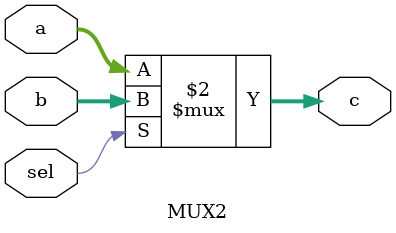
<source format=v>
`timescale 1ns / 1ps

module flopr(clk, reset, newPC, PC);
    input clk, reset;
    input [31:0] newPC;
    output reg [31:0] PC;
    always @(posedge clk, posedge reset)
        if (reset) PC <= 0;
        else PC <= newPC;
endmodule

module SignExtend(datain, dataout, sel);
    input [15:0] datain;
    output [31:0] dataout;
    input sel;
    assign dataout = (sel == 0) ? {{16{datain[15]}}, datain} : {16'h0000, datain};
endmodule

module Adder(a, b, c);
    input [31:0] a, b;
    output [31:0] c;
    assign c = a + b;
endmodule

module SL2(a, b);
    input [31:0] a;
    output [31:0] b;
    assign b = {a[29:0],2'b00};
endmodule

module MUX2 #(parameter WIDTH=8)(sel, a, b, c);
    input sel;
    input [WIDTH-1:0] a, b;
    output [WIDTH-1:0] c;
    assign c = (sel == 0) ? a : b; 
endmodule


</source>
